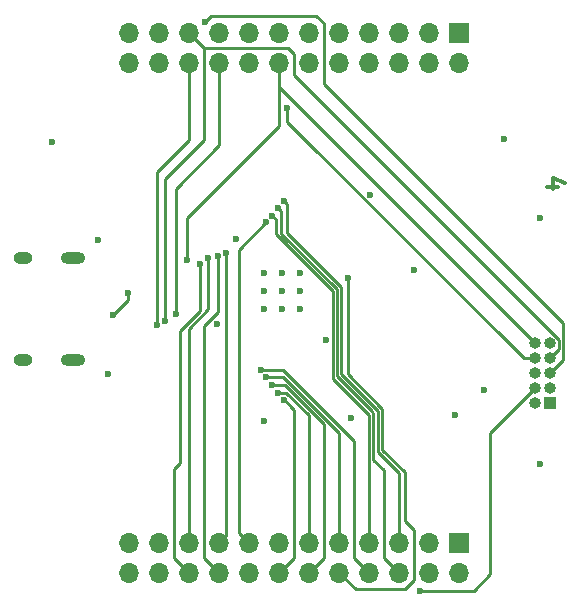
<source format=gbr>
G04 #@! TF.GenerationSoftware,KiCad,Pcbnew,(5.1.10-1-10_14)*
G04 #@! TF.CreationDate,2021-09-03T00:17:14+08:00*
G04 #@! TF.ProjectId,stm32f401_devboard,73746d33-3266-4343-9031-5f646576626f,rev?*
G04 #@! TF.SameCoordinates,Original*
G04 #@! TF.FileFunction,Copper,L4,Bot*
G04 #@! TF.FilePolarity,Positive*
%FSLAX46Y46*%
G04 Gerber Fmt 4.6, Leading zero omitted, Abs format (unit mm)*
G04 Created by KiCad (PCBNEW (5.1.10-1-10_14)) date 2021-09-03 00:17:14*
%MOMM*%
%LPD*%
G01*
G04 APERTURE LIST*
G04 #@! TA.AperFunction,NonConductor*
%ADD10C,0.300000*%
G04 #@! TD*
G04 #@! TA.AperFunction,ComponentPad*
%ADD11O,1.700000X1.700000*%
G04 #@! TD*
G04 #@! TA.AperFunction,ComponentPad*
%ADD12R,1.700000X1.700000*%
G04 #@! TD*
G04 #@! TA.AperFunction,ComponentPad*
%ADD13O,2.100000X1.000000*%
G04 #@! TD*
G04 #@! TA.AperFunction,ComponentPad*
%ADD14O,1.600000X1.000000*%
G04 #@! TD*
G04 #@! TA.AperFunction,ComponentPad*
%ADD15O,1.000000X1.000000*%
G04 #@! TD*
G04 #@! TA.AperFunction,ComponentPad*
%ADD16R,1.000000X1.000000*%
G04 #@! TD*
G04 #@! TA.AperFunction,ViaPad*
%ADD17C,0.600000*%
G04 #@! TD*
G04 #@! TA.AperFunction,Conductor*
%ADD18C,0.250000*%
G04 #@! TD*
G04 APERTURE END LIST*
D10*
X148421428Y-85175714D02*
X147421428Y-85175714D01*
X148992857Y-84818571D02*
X147921428Y-84461428D01*
X147921428Y-85390000D01*
D11*
X112060000Y-117860000D03*
X112060000Y-115320000D03*
X114600000Y-117860000D03*
X114600000Y-115320000D03*
X117140000Y-117860000D03*
X117140000Y-115320000D03*
X119680000Y-117860000D03*
X119680000Y-115320000D03*
X122220000Y-117860000D03*
X122220000Y-115320000D03*
X124760000Y-117860000D03*
X124760000Y-115320000D03*
X127300000Y-117860000D03*
X127300000Y-115320000D03*
X129840000Y-117860000D03*
X129840000Y-115320000D03*
X132380000Y-117860000D03*
X132380000Y-115320000D03*
X134920000Y-117860000D03*
X134920000Y-115320000D03*
X137460000Y-117860000D03*
X137460000Y-115320000D03*
X140000000Y-117860000D03*
D12*
X140000000Y-115320000D03*
D11*
X112060000Y-74680000D03*
X112060000Y-72140000D03*
X114600000Y-74680000D03*
X114600000Y-72140000D03*
X117140000Y-74680000D03*
X117140000Y-72140000D03*
X119680000Y-74680000D03*
X119680000Y-72140000D03*
X122220000Y-74680000D03*
X122220000Y-72140000D03*
X124760000Y-74680000D03*
X124760000Y-72140000D03*
X127300000Y-74680000D03*
X127300000Y-72140000D03*
X129840000Y-74680000D03*
X129840000Y-72140000D03*
X132380000Y-74680000D03*
X132380000Y-72140000D03*
X134920000Y-74680000D03*
X134920000Y-72140000D03*
X137460000Y-74680000D03*
X137460000Y-72140000D03*
X140000000Y-74680000D03*
D12*
X140000000Y-72140000D03*
D13*
X107290000Y-99820000D03*
X107290000Y-91180000D03*
D14*
X103110000Y-91180000D03*
X103110000Y-99820000D03*
D15*
X147685000Y-98430000D03*
X146415000Y-98430000D03*
X147685000Y-99700000D03*
X146415000Y-99700000D03*
X147685000Y-100970000D03*
X146415000Y-100970000D03*
X147685000Y-102240000D03*
X146415000Y-102240000D03*
X146415000Y-103510000D03*
D16*
X147685000Y-103510000D03*
D17*
X123480000Y-105040000D03*
X125000000Y-94000000D03*
X126500000Y-94000000D03*
X123500000Y-94000000D03*
X123500000Y-92500000D03*
X125000000Y-92500000D03*
X126500000Y-92500000D03*
X125000000Y-95500000D03*
X123500000Y-95500000D03*
X126500000Y-95500000D03*
X109440000Y-89690000D03*
X110297823Y-100997823D03*
X136180000Y-92260000D03*
X146840000Y-108680000D03*
X142100000Y-102360000D03*
X130890000Y-104780000D03*
X105530000Y-81390000D03*
X143770000Y-81130000D03*
X146820000Y-87800000D03*
X116950000Y-91350000D03*
X115080000Y-96580000D03*
X125478000Y-78470000D03*
X116010000Y-95910000D03*
X118460000Y-71240000D03*
X128740000Y-98150000D03*
X119540000Y-96830000D03*
X121160000Y-89610000D03*
X132480000Y-85890000D03*
X139620000Y-104500000D03*
X123198000Y-100695229D03*
X136740000Y-119400000D03*
X130590000Y-92910000D03*
X125198000Y-103240000D03*
X124698000Y-102609877D03*
X124198000Y-101940322D03*
X123698000Y-101296678D03*
X114427755Y-96901105D03*
X110700000Y-96000000D03*
X111960000Y-94198000D03*
X118060000Y-91720000D03*
X118770000Y-91240000D03*
X119592386Y-91056046D03*
X120280000Y-90820000D03*
X123698000Y-88195231D03*
X124198000Y-87615547D03*
X124698000Y-86983596D03*
X125198000Y-86400000D03*
D18*
X116950000Y-87810000D02*
X124760000Y-80000000D01*
X116950000Y-91350000D02*
X116950000Y-87810000D01*
X124760000Y-80000000D02*
X124760000Y-74680000D01*
X124760000Y-76775000D02*
X124760000Y-74680000D01*
X146415000Y-98430000D02*
X124760000Y-76775000D01*
X118410000Y-73410000D02*
X117140000Y-72140000D01*
X118410000Y-81220000D02*
X118410000Y-73410000D01*
X115080000Y-84550000D02*
X118410000Y-81220000D01*
X115080000Y-96580000D02*
X115080000Y-84550000D01*
X148437001Y-98117001D02*
X126040000Y-75720000D01*
X148437001Y-98947999D02*
X148437001Y-98117001D01*
X147685000Y-99700000D02*
X148437001Y-98947999D01*
X126040000Y-75720000D02*
X126040000Y-73930000D01*
X126040000Y-73930000D02*
X125520000Y-73410000D01*
X125520000Y-73410000D02*
X118410000Y-73410000D01*
X125478000Y-79704962D02*
X125478000Y-78470000D01*
X145473038Y-99700000D02*
X125478000Y-79704962D01*
X146415000Y-99700000D02*
X145473038Y-99700000D01*
X116010000Y-95910000D02*
X116010000Y-85350000D01*
X116010000Y-85350000D02*
X119680000Y-81680000D01*
X119680000Y-80270000D02*
X119680000Y-74680000D01*
X119680000Y-81680000D02*
X119680000Y-80270000D01*
X119680000Y-80270000D02*
X119680000Y-80000000D01*
X148814010Y-99840990D02*
X148814010Y-96754010D01*
X147685000Y-100970000D02*
X148814010Y-99840990D01*
X148814010Y-96754010D02*
X128560000Y-76500000D01*
X128560000Y-76500000D02*
X128560000Y-71769038D01*
X128560000Y-71769038D02*
X128560000Y-71330000D01*
X128560000Y-71330000D02*
X127930000Y-70700000D01*
X127930000Y-70700000D02*
X119000000Y-70700000D01*
X119000000Y-70700000D02*
X118460000Y-71240000D01*
X131120000Y-106745522D02*
X131120000Y-116600000D01*
X131120000Y-116600000D02*
X132380000Y-117860000D01*
X125069707Y-100695229D02*
X131120000Y-106745522D01*
X123198000Y-100695229D02*
X125069707Y-100695229D01*
X146415000Y-102240000D02*
X142650000Y-106005000D01*
X142650000Y-106005000D02*
X142650000Y-117990000D01*
X141240000Y-119400000D02*
X136740000Y-119400000D01*
X142650000Y-117990000D02*
X141240000Y-119400000D01*
X130590000Y-92910000D02*
X130590000Y-101053656D01*
X130590000Y-101053656D02*
X133511030Y-103974686D01*
X133511030Y-103974686D02*
X133511030Y-107447858D01*
X133511030Y-107447858D02*
X135390000Y-109326828D01*
X135390000Y-109326828D02*
X135390000Y-113470000D01*
X135390000Y-113470000D02*
X136200000Y-114280000D01*
X136200000Y-114280000D02*
X136200000Y-118470000D01*
X136200000Y-118470000D02*
X135410000Y-119260000D01*
X131240000Y-119260000D02*
X129840000Y-117860000D01*
X135410000Y-119260000D02*
X131240000Y-119260000D01*
X125198000Y-103240000D02*
X125650000Y-103692000D01*
X125650000Y-103692000D02*
X125650000Y-103710000D01*
X125650000Y-103710000D02*
X126030000Y-104090000D01*
X126030000Y-116590000D02*
X124760000Y-117860000D01*
X126030000Y-111090000D02*
X126030000Y-116590000D01*
X126030000Y-104090000D02*
X126030000Y-111090000D01*
X126030000Y-111090000D02*
X126030000Y-111270000D01*
X125384839Y-102609877D02*
X127300000Y-104525038D01*
X127300000Y-104525038D02*
X127300000Y-110000000D01*
X124698000Y-102609877D02*
X125384839Y-102609877D01*
X127300000Y-110000000D02*
X127300000Y-115320000D01*
X128580000Y-116580000D02*
X127300000Y-117860000D01*
X125248456Y-101940322D02*
X128580000Y-105271866D01*
X128580000Y-105271866D02*
X128580000Y-116580000D01*
X124198000Y-101940322D02*
X125248456Y-101940322D01*
X129840000Y-105998694D02*
X129840000Y-110000000D01*
X125137984Y-101296678D02*
X129840000Y-105998694D01*
X123698000Y-101296678D02*
X125137984Y-101296678D01*
X129840000Y-110000000D02*
X129840000Y-115320000D01*
X114427755Y-96901105D02*
X114427755Y-83962245D01*
X117140000Y-81250000D02*
X117140000Y-80000000D01*
X114427755Y-83962245D02*
X117140000Y-81250000D01*
X117140000Y-80000000D02*
X117140000Y-74680000D01*
X111960000Y-94740000D02*
X110700000Y-96000000D01*
X111960000Y-94198000D02*
X111960000Y-94740000D01*
X118060000Y-91720000D02*
X118060000Y-94610000D01*
X118060000Y-94610000D02*
X118060000Y-94750000D01*
X115870000Y-109090000D02*
X115870000Y-116590000D01*
X116387010Y-97409818D02*
X116387010Y-108572990D01*
X116387010Y-108572990D02*
X115870000Y-109090000D01*
X118060000Y-95736828D02*
X116387010Y-97409818D01*
X115870000Y-116590000D02*
X117140000Y-117860000D01*
X118060000Y-94610000D02*
X118060000Y-95736828D01*
X117140000Y-110000000D02*
X117140000Y-97190000D01*
X118770000Y-95560000D02*
X118770000Y-91240000D01*
X117140000Y-97190000D02*
X118770000Y-95560000D01*
X117140000Y-110000000D02*
X117140000Y-115320000D01*
X119592386Y-95767614D02*
X118410000Y-96950000D01*
X118410000Y-116590000D02*
X119680000Y-117860000D01*
X118410000Y-96950000D02*
X118410000Y-116590000D01*
X119592386Y-91056046D02*
X119592386Y-95767614D01*
X120280000Y-114720000D02*
X119680000Y-115320000D01*
X120280000Y-90820000D02*
X120280000Y-114720000D01*
X121370001Y-114470001D02*
X122220000Y-115320000D01*
X121370001Y-90523230D02*
X121370001Y-114470001D01*
X123698000Y-88195231D02*
X121370001Y-90523230D01*
X124497999Y-87915546D02*
X124497999Y-89217999D01*
X124198000Y-87615547D02*
X124497999Y-87915546D01*
X129292001Y-94012001D02*
X129292001Y-101442001D01*
X124497999Y-89217999D02*
X129292001Y-94012001D01*
X132380000Y-104530000D02*
X132380000Y-110000000D01*
X129292001Y-101442001D02*
X132380000Y-104530000D01*
X132380000Y-110000000D02*
X132380000Y-115320000D01*
X132600000Y-104130000D02*
X132600000Y-104216828D01*
X133630000Y-109190000D02*
X133630000Y-111250000D01*
X132600000Y-104216828D02*
X132757010Y-104373838D01*
X132757010Y-104373838D02*
X132757010Y-108317010D01*
X129669011Y-101199011D02*
X132600000Y-104130000D01*
X129669011Y-93855839D02*
X129669011Y-101199011D01*
X124961586Y-87247182D02*
X124961586Y-89148414D01*
X132757010Y-108317010D02*
X133630000Y-109190000D01*
X124961586Y-89148414D02*
X129669011Y-93855839D01*
X124698000Y-86983596D02*
X124961586Y-87247182D01*
X133630000Y-116570000D02*
X134920000Y-117860000D01*
X133630000Y-111250000D02*
X133630000Y-116570000D01*
X125198000Y-86400000D02*
X125442470Y-86644470D01*
X125442470Y-86644470D02*
X125442470Y-89096126D01*
X125442470Y-89096126D02*
X130046021Y-93699677D01*
X130046021Y-93699677D02*
X130046021Y-101042849D01*
X130046021Y-101042849D02*
X133134020Y-104130848D01*
X133134020Y-104130848D02*
X133134020Y-107604020D01*
X134920000Y-109390000D02*
X134920000Y-110000000D01*
X133134020Y-107604020D02*
X134920000Y-109390000D01*
X134920000Y-110000000D02*
X134920000Y-115320000D01*
M02*

</source>
